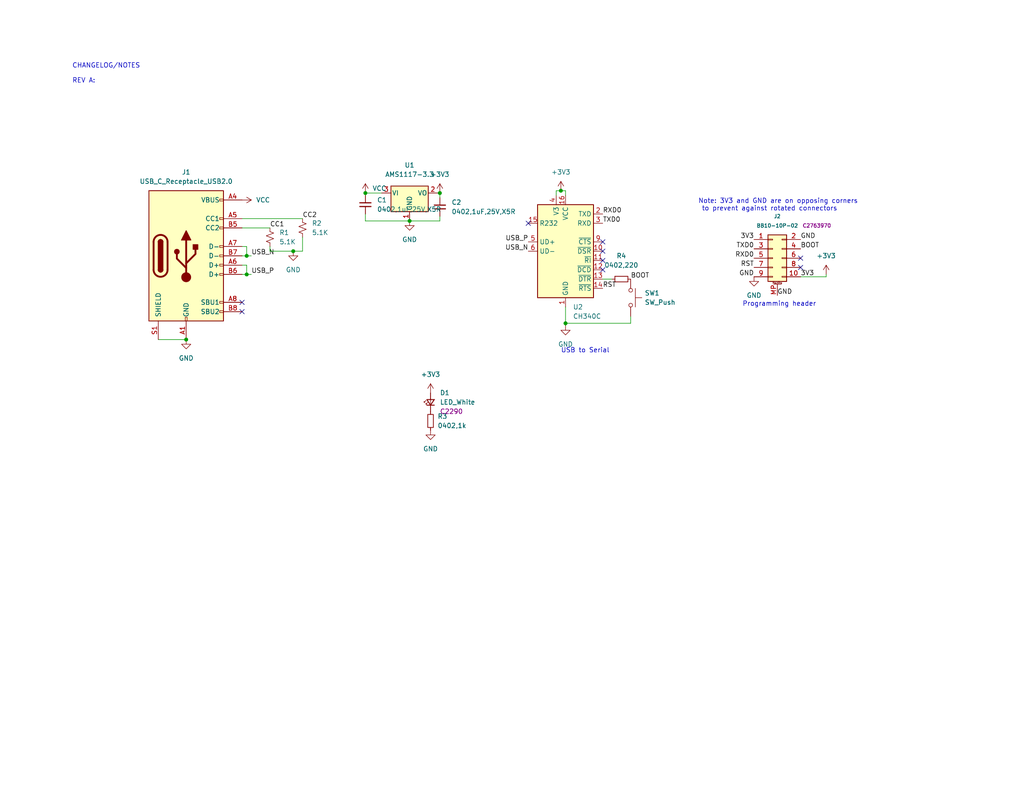
<source format=kicad_sch>
(kicad_sch (version 20211123) (generator eeschema)
  (paper "USLetter")
  (title_block (title "Main"))
  (lib_symbols
    (symbol "Connector:USB_C_Receptacle_USB2.0" (pin_names (offset 1.016))
      (property "Reference" "J" (at -10.16 19.05 0))
      (property "Value" "USB_C_Receptacle_USB2.0" (at 19.05 19.05 0))
      (symbol "USB_C_Receptacle_USB2.0_0_0"
        (rectangle (start -0.254 -17.78) (end 0.254 -16.764))
        (rectangle (start 10.16 -14.986) (end 9.144 -15.494))
        (rectangle (start 10.16 -12.446) (end 9.144 -12.954))
        (rectangle (start 10.16 -4.826) (end 9.144 -5.334))
        (rectangle (start 10.16 -2.286) (end 9.144 -2.794))
        (rectangle (start 10.16 0.254) (end 9.144 -0.254))
        (rectangle (start 10.16 2.794) (end 9.144 2.286))
        (rectangle (start 10.16 7.874) (end 9.144 7.366))
        (rectangle (start 10.16 10.414) (end 9.144 9.906))
        (rectangle (start 10.16 15.494) (end 9.144 14.986))
      )
      (symbol "USB_C_Receptacle_USB2.0_0_1"
        (rectangle (start -10.16 17.78) (end 10.16 -17.78) (stroke (width 0.254)) (fill (type background)))
        (arc (start -8.89 -3.81) (mid -6.985 -5.715) (end -5.08 -3.81) (stroke (width 0.508)))
        (arc (start -7.62 -3.81) (mid -6.985 -4.445) (end -6.35 -3.81) (stroke (width 0.254)))
        (arc (start -7.62 -3.81) (mid -6.985 -4.445) (end -6.35 -3.81) (stroke (width 0.254)) (fill (type outline)))
        (rectangle (start -7.62 -3.81) (end -6.35 3.81) (stroke (width 0.254)) (fill (type outline)))
        (arc (start -6.35 3.81) (mid -6.985 4.445) (end -7.62 3.81) (stroke (width 0.254)))
        (arc (start -6.35 3.81) (mid -6.985 4.445) (end -7.62 3.81) (stroke (width 0.254)) (fill (type outline)))
        (arc (start -5.08 3.81) (mid -6.985 5.715) (end -8.89 3.81) (stroke (width 0.508)))
        (circle (center -2.54 1.143) (radius 0.635) (stroke (width 0.254)) (fill (type outline)))
        (circle (center 0 -5.842) (radius 1.27) (fill (type outline)))
        (polyline (pts (xy -8.89 -3.81) (xy -8.89 3.81)) (stroke (width 0.508)))
        (polyline (pts (xy -5.08 3.81) (xy -5.08 -3.81)) (stroke (width 0.508)))
        (polyline (pts (xy 0 -5.842) (xy 0 4.318)) (stroke (width 0.508)))
        (polyline (pts (xy 0 -3.302) (xy -2.54 -0.762) (xy -2.54 0.508)) (stroke (width 0.508)))
        (polyline (pts (xy 0 -2.032) (xy 2.54 0.508) (xy 2.54 1.778)) (stroke (width 0.508)))
        (polyline (pts (xy -1.27 4.318) (xy 0 6.858) (xy 1.27 4.318) (xy -1.27 4.318)) (stroke (width 0.254)) (fill (type outline)))
        (rectangle (start 1.905 1.778) (end 3.175 3.048) (stroke (width 0.254)) (fill (type outline)))
      )
      (symbol "USB_C_Receptacle_USB2.0_1_1"
        (pin passive line (at 0 -22.86 90) (length 5.08) (name "GND") (number "A1"))
        (pin passive line (at 0 -22.86 90) (length 5.08) hide (name "GND") (number "A12"))
        (pin passive line (at 15.24 15.24 180) (length 5.08) (name "VBUS") (number "A4"))
        (pin bidirectional line (at 15.24 10.16 180) (length 5.08) (name "CC1") (number "A5"))
        (pin bidirectional line (at 15.24 -2.54 180) (length 5.08) (name "D+") (number "A6"))
        (pin bidirectional line (at 15.24 2.54 180) (length 5.08) (name "D-") (number "A7"))
        (pin bidirectional line (at 15.24 -12.7 180) (length 5.08) (name "SBU1") (number "A8"))
        (pin passive line (at 15.24 15.24 180) (length 5.08) hide (name "VBUS") (number "A9"))
        (pin passive line (at 0 -22.86 90) (length 5.08) hide (name "GND") (number "B1"))
        (pin passive line (at 0 -22.86 90) (length 5.08) hide (name "GND") (number "B12"))
        (pin passive line (at 15.24 15.24 180) (length 5.08) hide (name "VBUS") (number "B4"))
        (pin bidirectional line (at 15.24 7.62 180) (length 5.08) (name "CC2") (number "B5"))
        (pin bidirectional line (at 15.24 -5.08 180) (length 5.08) (name "D+") (number "B6"))
        (pin bidirectional line (at 15.24 0 180) (length 5.08) (name "D-") (number "B7"))
        (pin bidirectional line (at 15.24 -15.24 180) (length 5.08) (name "SBU2") (number "B8"))
        (pin passive line (at 15.24 15.24 180) (length 5.08) hide (name "VBUS") (number "B9"))
        (pin passive line (at -7.62 -22.86 90) (length 5.08) (name "SHIELD") (number "S1"))
      )
    )
    (symbol "Connector_Generic_MountingPin:Conn_02x05_Odd_Even_MountingPin" (pin_names (offset 1.016) hide)
      (property "Reference" "J" (at 1.27 7.62 0))
      (property "Value" "Conn_02x05_Odd_Even_MountingPin" (at 2.54 -7.62 0))
      (symbol "Conn_02x05_Odd_Even_MountingPin_1_1"
        (rectangle (start -1.27 -4.953) (end 0 -5.207) (stroke (width 0.1524)))
        (rectangle (start -1.27 -2.413) (end 0 -2.667) (stroke (width 0.1524)))
        (rectangle (start -1.27 0.127) (end 0 -0.127) (stroke (width 0.1524)))
        (rectangle (start -1.27 2.667) (end 0 2.413) (stroke (width 0.1524)))
        (rectangle (start -1.27 5.207) (end 0 4.953) (stroke (width 0.1524)))
        (rectangle (start -1.27 6.35) (end 3.81 -6.35) (stroke (width 0.254)) (fill (type background)))
        (polyline (pts (xy 0.254 -7.112) (xy 2.286 -7.112)) (stroke (width 0.1524)))
        (rectangle (start 3.81 -4.953) (end 2.54 -5.207) (stroke (width 0.1524)))
        (rectangle (start 3.81 -2.413) (end 2.54 -2.667) (stroke (width 0.1524)))
        (rectangle (start 3.81 0.127) (end 2.54 -0.127) (stroke (width 0.1524)))
        (rectangle (start 3.81 2.667) (end 2.54 2.413) (stroke (width 0.1524)))
        (rectangle (start 3.81 5.207) (end 2.54 4.953) (stroke (width 0.1524)))
        (text "Mounting" (at 1.27 -6.731 0) (effects (font (size 0.381 0.381))))
        (pin passive line (at -5.08 5.08 0) (length 3.81) (name "Pin_1") (number "1"))
        (pin passive line (at 7.62 -5.08 180) (length 3.81) (name "Pin_10") (number "10"))
        (pin passive line (at 7.62 5.08 180) (length 3.81) (name "Pin_2") (number "2"))
        (pin passive line (at -5.08 2.54 0) (length 3.81) (name "Pin_3") (number "3"))
        (pin passive line (at 7.62 2.54 180) (length 3.81) (name "Pin_4") (number "4"))
        (pin passive line (at -5.08 0 0) (length 3.81) (name "Pin_5") (number "5"))
        (pin passive line (at 7.62 0 180) (length 3.81) (name "Pin_6") (number "6"))
        (pin passive line (at -5.08 -2.54 0) (length 3.81) (name "Pin_7") (number "7"))
        (pin passive line (at 7.62 -2.54 180) (length 3.81) (name "Pin_8") (number "8"))
        (pin passive line (at -5.08 -5.08 0) (length 3.81) (name "Pin_9") (number "9"))
        (pin passive line (at 1.27 -10.16 90) (length 3.048) (name "MountPin") (number "MP"))
      )
    )
    (symbol "Device:R_Small_US" (pin_numbers hide) (pin_names (offset 0.254) hide)
      (property "Reference" "R" (at 0.762 0.508 0))
      (property "Value" "R_Small_US" (at 0.762 -1.016 0))
      (symbol "R_Small_US_1_1"
        (polyline (pts (xy 0 0) (xy 1.016 -0.381) (xy 0 -0.762) (xy -1.016 -1.143) (xy 0 -1.524)))
        (polyline (pts (xy 0 1.524) (xy 1.016 1.143) (xy 0 0.762) (xy -1.016 0.381) (xy 0 0)))
        (pin passive line (at 0 2.54 270) (length 1.016) (name "~") (number "1"))
        (pin passive line (at 0 -2.54 90) (length 1.016) (name "~") (number "2"))
      )
    )
    (symbol "Interface_USB:CH340C"
      (property "Reference" "U" (at -5.08 13.97 0))
      (property "Value" "CH340C" (at 1.27 13.97 0))
      (symbol "CH340C_0_1"
        (rectangle (start -7.62 12.7) (end 7.62 -12.7) (stroke (width 0.254)) (fill (type background)))
      )
      (symbol "CH340C_1_1"
        (pin power_in line (at 0 -15.24 90) (length 2.54) (name "GND") (number "1"))
        (pin input line (at 10.16 0 180) (length 2.54) (name "~{DSR}") (number "10"))
        (pin input line (at 10.16 -2.54 180) (length 2.54) (name "~{RI}") (number "11"))
        (pin input line (at 10.16 -5.08 180) (length 2.54) (name "~{DCD}") (number "12"))
        (pin output line (at 10.16 -7.62 180) (length 2.54) (name "~{DTR}") (number "13"))
        (pin output line (at 10.16 -10.16 180) (length 2.54) (name "~{RTS}") (number "14"))
        (pin input line (at -10.16 7.62 0) (length 2.54) (name "R232") (number "15"))
        (pin power_in line (at 0 15.24 270) (length 2.54) (name "VCC") (number "16"))
        (pin output line (at 10.16 10.16 180) (length 2.54) (name "TXD") (number "2"))
        (pin input line (at 10.16 7.62 180) (length 2.54) (name "RXD") (number "3"))
        (pin passive line (at -2.54 15.24 270) (length 2.54) (name "V3") (number "4"))
        (pin bidirectional line (at -10.16 2.54 0) (length 2.54) (name "UD+") (number "5"))
        (pin bidirectional line (at -10.16 0 0) (length 2.54) (name "UD-") (number "6"))
        (pin no_connect line (at -7.62 -7.62 0) (length 2.54) hide (name "NC") (number "7"))
        (pin no_connect line (at -7.62 -10.16 0) (length 2.54) hide (name "NC") (number "8"))
        (pin input line (at 10.16 2.54 180) (length 2.54) (name "~{CTS}") (number "9"))
      )
    )
    (symbol "Regulator_Linear:AMS1117-3.3" (pin_names (offset 0.254))
      (property "Reference" "U" (at -3.81 3.175 0))
      (property "Value" "AMS1117-3.3" (at 0 3.175 0))
      (symbol "AMS1117-3.3_0_1"
        (rectangle (start -5.08 -5.08) (end 5.08 1.905) (stroke (width 0.254)) (fill (type background)))
      )
      (symbol "AMS1117-3.3_1_1"
        (pin power_in line (at 0 -7.62 90) (length 2.54) (name "GND") (number "1"))
        (pin power_out line (at 7.62 0 180) (length 2.54) (name "VO") (number "2"))
        (pin power_in line (at -7.62 0 0) (length 2.54) (name "VI") (number "3"))
      )
    )
    (symbol "Switch:SW_Push" (pin_numbers hide) (pin_names (offset 1.016) hide)
      (property "Reference" "SW" (at 1.27 2.54 0))
      (property "Value" "SW_Push" (at 0 -1.524 0))
      (symbol "SW_Push_0_1"
        (circle (center -2.032 0) (radius 0.508))
        (polyline (pts (xy 0 1.27) (xy 0 3.048)))
        (polyline (pts (xy 2.54 1.27) (xy -2.54 1.27)))
        (circle (center 2.032 0) (radius 0.508))
        (pin passive line (at -5.08 0 0) (length 2.54) (name "1") (number "1"))
        (pin passive line (at 5.08 0 180) (length 2.54) (name "2") (number "2"))
      )
    )
    (symbol "WS_LCSC_Optoelectronics:LED_White" (pin_numbers hide) (pin_names (offset 0.254) hide)
      (property "Reference" "D" (at -1.27 3.175 0))
      (property "Value" "LED_White" (at -4.445 -2.54 0))
      (property "LCSC" "C2290" (at 0 0 0))
      (symbol "LED_White_0_1"
        (polyline (pts (xy -0.762 -1.016) (xy -0.762 1.016)) (stroke (width 0.254)))
        (polyline (pts (xy 1.016 0) (xy -0.762 0)))
        (polyline (pts (xy 0.762 -1.016) (xy -0.762 0) (xy 0.762 1.016) (xy 0.762 -1.016)) (stroke (width 0.254)))
        (polyline (pts (xy 0 0.762) (xy -0.508 1.27) (xy -0.254 1.27) (xy -0.508 1.27) (xy -0.508 1.016)))
        (polyline (pts (xy 0.508 1.27) (xy 0 1.778) (xy 0.254 1.778) (xy 0 1.778) (xy 0 1.524)))
      )
      (symbol "LED_White_1_1"
        (pin passive line (at -2.54 0 0) (length 1.778) (name "K") (number "1"))
        (pin passive line (at 2.54 0 180) (length 1.778) (name "A") (number "2"))
      )
    )
    (symbol "jlcpcb-basic-capacitor:0402,1uF,25V,X5R "
      (property "Reference" "C" (at 1.71 0.508 0))
      (property "Value" "0402,1uF,25V,X5R " (at 1.71 -1.016 0))
      (symbol "0402,1uF,25V,X5R _0_0"
        (polyline (pts (xy -1.524 -0.508) (xy 1.524 -0.508)) (stroke (width 0.3048)))
        (polyline (pts (xy -1.524 0.508) (xy 1.524 0.508)) (stroke (width 0.3048)))
        (pin passive line (at 0 2.54 270) (length 2.032) (name "~") (number "1"))
        (pin passive line (at 0 -2.54 90) (length 2.032) (name "~") (number "2"))
      )
    )
    (symbol "jlcpcb-basic-resistor:0402,1k"
      (property "Reference" "R" (at 0.762 0.508 0))
      (property "Value" "0402,1k" (at 0.762 -1.016 0))
      (symbol "0402,1k_0_0"
        (rectangle (start -0.762 1.778) (end 0.762 -1.778) (stroke (width 0.2032)))
        (pin passive line (at 0 2.54 270) (length 0.762) (name "~") (number "1"))
        (pin passive line (at 0 -2.54 90) (length 0.762) (name "~") (number "2"))
      )
    )
    (symbol "jlcpcb-basic-resistor:0402,220"
      (property "Reference" "R" (at 0.762 0.508 0))
      (property "Value" "0402,220" (at 0.762 -1.016 0))
      (symbol "0402,220_0_0"
        (rectangle (start -0.762 1.778) (end 0.762 -1.778) (stroke (width 0.2032)))
        (pin passive line (at 0 2.54 270) (length 0.762) (name "~") (number "1"))
        (pin passive line (at 0 -2.54 90) (length 0.762) (name "~") (number "2"))
      )
    )
    (symbol "power:+3.3V" (power) (pin_names (offset 0))
      (property "Value" "+3.3V" (at 0 3.556 0))
      (symbol "+3.3V_0_1"
        (polyline (pts (xy -0.762 1.27) (xy 0 2.54)))
        (polyline (pts (xy 0 0) (xy 0 2.54)))
        (polyline (pts (xy 0 2.54) (xy 0.762 1.27)))
      )
      (symbol "+3.3V_1_1"
        (pin power_in line (at 0 0 90) (length 0) hide (name "+3V3") (number "1"))
      )
    )
    (symbol "power:GND" (power) (pin_names (offset 0))
      (property "Value" "GND" (at 0 -3.81 0))
      (symbol "GND_0_1"
        (polyline (pts (xy 0 0) (xy 0 -1.27) (xy 1.27 -1.27) (xy 0 -2.54) (xy -1.27 -1.27) (xy 0 -1.27)))
      )
      (symbol "GND_1_1"
        (pin power_in line (at 0 0 270) (length 0) hide (name "GND") (number "1"))
      )
    )
    (symbol "power:VCC" (power) (pin_names (offset 0))
      (property "Value" "VCC" (at 0 3.81 0))
      (symbol "VCC_0_1"
        (polyline (pts (xy -0.762 1.27) (xy 0 2.54)))
        (polyline (pts (xy 0 0) (xy 0 2.54)))
        (polyline (pts (xy 0 2.54) (xy 0.762 1.27)))
      )
      (symbol "VCC_1_1"
        (pin power_in line (at 0 0 90) (length 0) hide (name "VCC") (number "1"))
      )
    )
  )
  (junction (at 67.31 74.93))
  (junction (at 153.035 52.07))
  (junction (at 99.695 52.705))
  (junction (at 67.31 69.85))
  (junction (at 154.305 88.265))
  (junction (at 80.01 68.58))
  (junction (at 50.8 92.71))
  (junction (at 120.015 52.705))
  (junction (at 111.76 60.325))
  (no_connect (at 66.04 85.09))
  (no_connect (at 66.04 82.55))
  (no_connect (at 164.465 71.12))
  (no_connect (at 218.44 70.485))
  (no_connect (at 164.465 66.04))
  (no_connect (at 218.44 73.025))
  (no_connect (at 144.145 60.96))
  (no_connect (at 164.465 68.58))
  (no_connect (at 164.465 73.66))
  (wire (pts (xy 167.005 76.2) (xy 164.465 76.2)))
  (wire (pts (xy 154.305 53.34) (xy 154.305 52.07)))
  (wire (pts (xy 154.305 88.9) (xy 154.305 88.265)))
  (wire (pts (xy 66.04 74.93) (xy 67.31 74.93)))
  (wire (pts (xy 66.04 69.85) (xy 67.31 69.85)))
  (wire (pts (xy 67.31 69.85) (xy 67.31 67.31)))
  (wire (pts (xy 225.425 74.93) (xy 225.425 75.565)))
  (wire (pts (xy 111.76 60.325) (xy 120.015 60.325)))
  (wire (pts (xy 99.695 52.705) (xy 99.695 53.34)))
  (wire (pts (xy 66.04 72.39) (xy 67.31 72.39)))
  (wire (pts (xy 153.035 52.07) (xy 151.765 52.07)))
  (wire (pts (xy 104.14 52.705) (xy 99.695 52.705)))
  (wire (pts (xy 73.66 68.58) (xy 80.01 68.58)))
  (wire (pts (xy 172.085 86.36) (xy 172.085 88.265)))
  (wire (pts (xy 154.305 88.265) (xy 154.305 83.82)))
  (wire (pts (xy 73.66 67.31) (xy 73.66 68.58)))
  (wire (pts (xy 120.015 53.975) (xy 120.015 52.705)))
  (wire (pts (xy 67.31 72.39) (xy 67.31 74.93)))
  (wire (pts (xy 66.04 59.69) (xy 82.55 59.69)))
  (wire (pts (xy 99.695 60.325) (xy 111.76 60.325)))
  (wire (pts (xy 67.31 74.93) (xy 68.58 74.93)))
  (wire (pts (xy 67.31 69.85) (xy 68.58 69.85)))
  (wire (pts (xy 151.765 52.07) (xy 151.765 53.34)))
  (wire (pts (xy 154.305 52.07) (xy 153.035 52.07)))
  (wire (pts (xy 66.04 62.23) (xy 73.66 62.23)))
  (wire (pts (xy 120.015 52.705) (xy 119.38 52.705)))
  (wire (pts (xy 67.31 67.31) (xy 66.04 67.31)))
  (wire (pts (xy 120.015 59.055) (xy 120.015 60.325)))
  (wire (pts (xy 225.425 75.565) (xy 218.44 75.565)))
  (wire (pts (xy 82.55 64.77) (xy 82.55 68.58)))
  (wire (pts (xy 82.55 68.58) (xy 80.01 68.58)))
  (wire (pts (xy 43.18 92.71) (xy 50.8 92.71)))
  (wire (pts (xy 99.695 58.42) (xy 99.695 60.325)))
  (wire (pts (xy 172.085 88.265) (xy 154.305 88.265)))
  (text "Programming header\n" (at 202.565 83.82 0) (effects (font (size 1.27 1.27)) (justify left bottom)))
  (text "Note: 3V3 and GND are on opposing corners\n to prevent against rotated connectors\n" (at 190.5 57.785 0) (effects (font (size 1.27 1.27)) (justify left bottom)))
  (text "USB to Serial\n" (at 153.035 96.52 0) (effects (font (size 1.27 1.27)) (justify left bottom)))
  (text "CHANGELOG/NOTES\n\nREV A: " (at 19.685 22.86 0) (effects (font (size 1.27 1.27)) (justify left bottom)))
  (label "3V3" (at 218.44 75.565 0))
  (label "GND" (at 212.09 80.645 0))
  (label "USB_N" (at 144.145 68.58 180))
  (label "RST" (at 205.74 73.025 180))
  (label "USB_P" (at 144.145 66.04 180))
  (label "CC2" (at 82.55 59.69 0))
  (label "TXD0" (at 205.74 67.945 180))
  (label "GND" (at 218.44 65.405 0))
  (label "USB_P" (at 68.58 74.93 0))
  (label "GND" (at 205.74 75.565 180))
  (label "USB_N" (at 68.58 69.85 0))
  (label "RXD0" (at 164.465 58.42 0))
  (label "CC1" (at 73.66 62.23 0))
  (label "BOOT" (at 218.44 67.945 0))
  (label "TXD0" (at 164.465 60.96 0))
  (label "RXD0" (at 205.74 70.485 180))
  (label "3V3" (at 205.74 65.405 180))
  (label "BOOT" (at 172.085 76.2 0))
  (label "RST" (at 164.465 78.74 0))
  (symbol (lib_id "Device:R_Small_US") (at 82.55 62.23 0) (unit 1)
    (property "Reference" "R2" (at 85.09 60.9599 0) (effects (justify left)))
    (property "Value" "5.1K" (at 85.09 63.4999 0) (effects (justify left)))
    (property "Footprint" "Resistor_SMD:R_0402_1005Metric" (effects hide))
    (property "LCSC Part Number" "C25905" (effects hide))
    (property "LCSC" "C25905" (effects hide))
  )
  (symbol (lib_id "jlcpcb-basic-capacitor:0402,1uF,25V,X5R ") (at 99.695 55.88 0) (unit 1)
    (property "Reference" "C1" (at 102.87 54.6099 0) (effects (justify left)))
    (property "Value" "0402,1uF,25V,X5R " (at 102.87 57.1499 0) (effects (justify left)))
    (property "Footprint" "C_0402_1005Metric" (effects hide))
    (property "Datasheet" "https://datasheet.lcsc.com/lcsc/1811091611_Samsung-Electro-Mechanics-CL05A105KA5NQNC_C52923.pdf" (effects hide))
    (property "LCSC" "C52923" (effects hide))
    (property "MFG" "Samsung Electro-Mechanics" (effects hide))
    (property "MFGPN" "CL05A105KA5NQNC" (effects hide))
  )
  (symbol (lib_id "Interface_USB:CH340C") (at 154.305 68.58 0) (unit 1)
    (property "Reference" "U2" (at 156.3244 83.82 0) (effects (justify left)))
    (property "Value" "CH340C" (at 156.3244 86.36 0) (effects (justify left)))
    (property "Footprint" "Package_SO:SOIC-16_3.9x9.9mm_P1.27mm" (effects hide))
    (property "Datasheet" "https://datasheet.lcsc.com/szlcsc/Jiangsu-Qin-Heng-CH340C_C84681.pdf" (effects hide))
    (property "LCSC Part Number" "C84681" (effects hide))
    (property "LCSC" "C84681" (effects hide))
  )
  (symbol (lib_id "WS_LCSC_Optoelectronics:LED_White") (at 117.475 109.855 90) (unit 1)
    (property "Reference" "D1" (at 120.015 107.2514 90) (effects (justify right)))
    (property "Value" "LED_White" (at 120.015 109.7914 90) (effects (justify right)))
    (property "Footprint" "LED_SMD:LED_0603_1608Metric" (effects hide))
    (property "Datasheet" "https://datasheet.lcsc.com/lcsc/1809041711_Hubei-KENTO-Elec-C2290_C2290.pdf" (effects hide))
    (property "LCSC" "C2290" (at 120.015 112.3314 90) (effects (justify right)))
  )
  (symbol (lib_id "power:+3.3V") (at 117.475 107.315 0) (unit 1)
    (property "Reference" "#PWR0110" (effects hide))
    (property "Value" "+3.3V" (at 117.475 102.235 0))
  )
  (symbol (lib_id "power:+3.3V") (at 153.035 52.07 0) (unit 1)
    (property "Reference" "#PWR0108" (effects hide))
    (property "Value" "+3.3V" (at 153.035 46.99 0))
  )
  (symbol (lib_id "power:GND") (at 205.74 75.565 0) (unit 1)
    (property "Reference" "#PWR0112" (effects hide))
    (property "Value" "GND" (at 205.74 80.645 0))
  )
  (symbol (lib_id "jlcpcb-basic-resistor:0402,1k") (at 117.475 114.935 0) (unit 1)
    (property "Reference" "R3" (at 119.38 113.6649 0) (effects (justify left)))
    (property "Value" "0402,1k" (at 119.38 116.2049 0) (effects (justify left)))
    (property "Footprint" "R_0402_1005Metric" (effects hide))
    (property "Datasheet" "https://datasheet.lcsc.com/lcsc/2110251730_UNI-ROYAL-Uniroyal-Elec-0402WGF1001TCE_C11702.pdf" (effects hide))
    (property "LCSC" "C11702" (effects hide))
    (property "MFG" "UNI-ROYAL(Uniroyal Elec)" (effects hide))
    (property "MFGPN" "0402WGF1001TCE" (effects hide))
  )
  (symbol (lib_id "power:+3.3V") (at 120.015 52.705 0) (unit 1)
    (property "Reference" "#PWR0106" (effects hide))
    (property "Value" "+3.3V" (at 120.015 47.625 0))
  )
  (symbol (lib_id "Switch:SW_Push") (at 172.085 81.28 270) (unit 1)
    (property "Reference" "SW1" (at 175.895 80.0099 90) (effects (justify left)))
    (property "Value" "SW_Push" (at 175.895 82.5499 90) (effects (justify left)))
    (property "Footprint" "Button_Switch_THT:SW_PUSH_6mm" (effects hide))
  )
  (symbol (lib_id "Connector_Generic_MountingPin:Conn_02x05_Odd_Even_MountingPin") (at 210.82 70.485 0) (unit 1)
    (property "Reference" "J2" (at 212.09 59.055 0) (effects (font (size 1 1))))
    (property "Value" "BB10-10P-02" (at 212.09 61.595 0) (effects (font (size 1 1))))
    (property "Footprint" "WS_LCSC_Connectors:YXT-BB10-10P-02" (effects hide))
    (property "LCSC" "C2763970" (at 222.885 61.595 0) (effects (font (size 1 1))))
  )
  (symbol (lib_id "power:GND") (at 50.8 92.71 0) (unit 1)
    (property "Reference" "#PWR0105" (effects hide))
    (property "Value" "GND" (at 50.8 97.79 0))
  )
  (symbol (lib_id "Device:R_Small_US") (at 73.66 64.77 0) (unit 1)
    (property "Reference" "R1" (at 76.2 63.4999 0) (effects (justify left)))
    (property "Value" "5.1K" (at 76.2 66.0399 0) (effects (justify left)))
    (property "Footprint" "Resistor_SMD:R_0402_1005Metric" (effects hide))
    (property "LCSC Part Number" "C25905" (effects hide))
    (property "LCSC" "C25905" (effects hide))
  )
  (symbol (lib_id "power:VCC") (at 99.695 52.705 0) (unit 1)
    (property "Reference" "#PWR0104" (effects hide))
    (property "Value" "VCC" (at 101.6 51.4349 0) (effects (justify left)))
  )
  (symbol (lib_id "Regulator_Linear:AMS1117-3.3") (at 111.76 52.705 0) (unit 1)
    (property "Reference" "U1" (at 111.76 45.085 0))
    (property "Value" "AMS1117-3.3" (at 111.76 47.625 0))
    (property "Footprint" "Package_TO_SOT_SMD:SOT-223-3_TabPin2" (effects hide))
    (property "Datasheet" "http://www.advanced-monolithic.com/pdf/ds1117.pdf" (effects hide))
  )
  (symbol (lib_id "power:GND") (at 111.76 60.325 0) (unit 1)
    (property "Reference" "#PWR0103" (effects hide))
    (property "Value" "GND" (at 111.76 65.405 0))
  )
  (symbol (lib_id "power:GND") (at 154.305 88.9 0) (unit 1)
    (property "Reference" "#PWR0107" (effects hide))
    (property "Value" "GND" (at 154.305 93.98 0))
  )
  (symbol (lib_id "jlcpcb-basic-resistor:0402,220") (at 169.545 76.2 90) (unit 1)
    (property "Reference" "R4" (at 169.545 69.85 90))
    (property "Value" "0402,220" (at 169.545 72.39 90))
    (property "Footprint" "R_0402_1005Metric" (effects hide))
    (property "Datasheet" "https://datasheet.lcsc.com/lcsc/2110252230_UNI-ROYAL-Uniroyal-Elec-0402WGF2200TCE_C25091.pdf" (effects hide))
    (property "LCSC" "C25091" (effects hide))
    (property "MFG" "UNI-ROYAL(Uniroyal Elec)" (effects hide))
    (property "MFGPN" "0402WGF2200TCE" (effects hide))
  )
  (symbol (lib_id "power:GND") (at 117.475 117.475 0) (unit 1)
    (property "Reference" "#PWR0109" (effects hide))
    (property "Value" "GND" (at 117.475 122.555 0))
  )
  (symbol (lib_id "power:+3.3V") (at 225.425 74.93 0) (unit 1)
    (property "Reference" "#PWR0111" (effects hide))
    (property "Value" "+3.3V" (at 225.425 69.85 0))
  )
  (symbol (lib_id "Connector:USB_C_Receptacle_USB2.0") (at 50.8 69.85 0) (unit 1)
    (property "Reference" "J1" (at 50.8 46.99 0))
    (property "Value" "USB_C_Receptacle_USB2.0" (at 50.8 49.53 0))
    (property "Footprint" "Connector_USB:USB_C_Receptacle_Palconn_UTC16-G" (effects hide))
    (property "Datasheet" "https://www.usb.org/sites/default/files/documents/usb_type-c.zip" (effects hide))
    (property "LCSC Part Number" "C165948" (effects hide))
    (property "LCSC" "C165948" (effects hide))
  )
  (symbol (lib_id "jlcpcb-basic-capacitor:0402,1uF,25V,X5R ") (at 120.015 56.515 0) (unit 1)
    (property "Reference" "C2" (at 123.19 55.2449 0) (effects (justify left)))
    (property "Value" "0402,1uF,25V,X5R " (at 123.19 57.7849 0) (effects (justify left)))
    (property "Footprint" "C_0402_1005Metric" (effects hide))
    (property "Datasheet" "https://datasheet.lcsc.com/lcsc/1811091611_Samsung-Electro-Mechanics-CL05A105KA5NQNC_C52923.pdf" (effects hide))
    (property "LCSC" "C52923" (effects hide))
    (property "MFG" "Samsung Electro-Mechanics" (effects hide))
    (property "MFGPN" "CL05A105KA5NQNC" (effects hide))
  )
  (symbol (lib_id "power:VCC") (at 66.04 54.61 270) (unit 1)
    (property "Reference" "#PWR0101" (effects hide))
    (property "Value" "VCC" (at 69.85 54.6099 90) (effects (justify left)))
  )
  (symbol (lib_id "power:GND") (at 80.01 68.58 0) (unit 1)
    (property "Reference" "#PWR0102" (effects hide))
    (property "Value" "GND" (at 80.01 73.66 0))
  )
)
</source>
